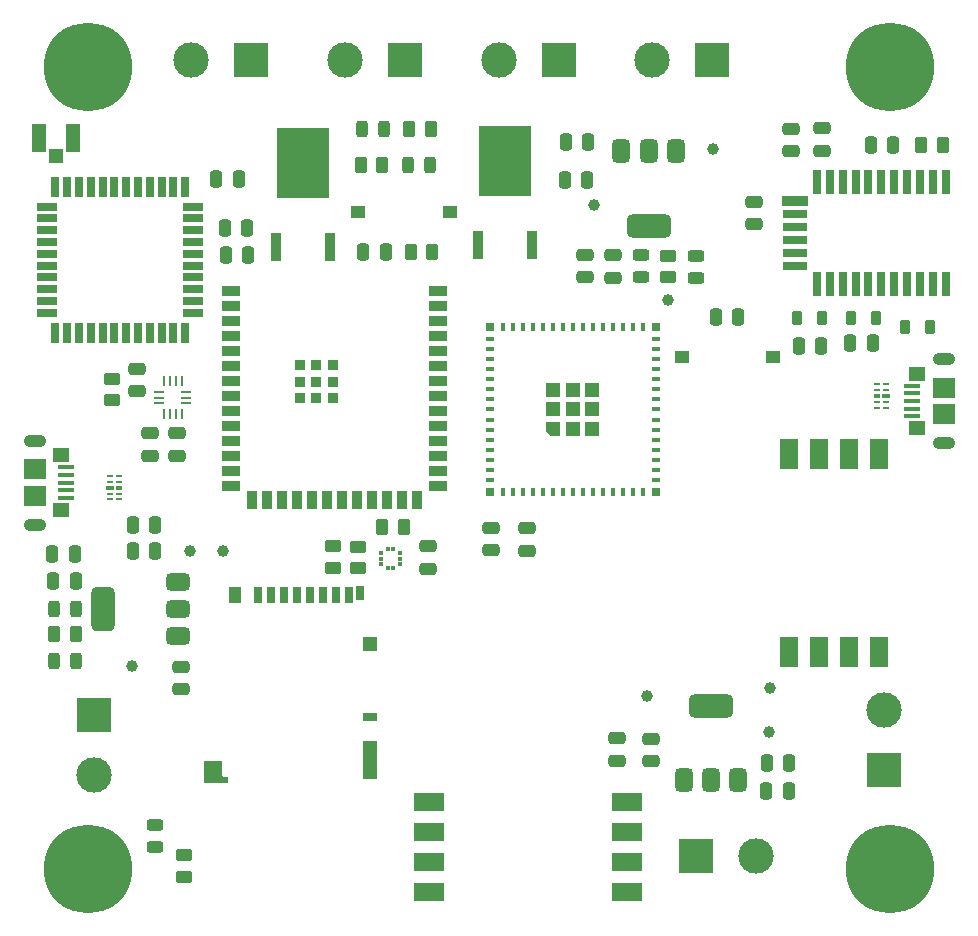
<source format=gbr>
%TF.GenerationSoftware,KiCad,Pcbnew,8.0.3*%
%TF.CreationDate,2025-02-14T19:05:39+05:30*%
%TF.ProjectId,Cyclohexane,4379636c-6f68-4657-9861-6e652e6b6963,rev?*%
%TF.SameCoordinates,Original*%
%TF.FileFunction,Soldermask,Top*%
%TF.FilePolarity,Negative*%
%FSLAX46Y46*%
G04 Gerber Fmt 4.6, Leading zero omitted, Abs format (unit mm)*
G04 Created by KiCad (PCBNEW 8.0.3) date 2025-02-14 19:05:39*
%MOMM*%
%LPD*%
G01*
G04 APERTURE LIST*
G04 Aperture macros list*
%AMRoundRect*
0 Rectangle with rounded corners*
0 $1 Rounding radius*
0 $2 $3 $4 $5 $6 $7 $8 $9 X,Y pos of 4 corners*
0 Add a 4 corners polygon primitive as box body*
4,1,4,$2,$3,$4,$5,$6,$7,$8,$9,$2,$3,0*
0 Add four circle primitives for the rounded corners*
1,1,$1+$1,$2,$3*
1,1,$1+$1,$4,$5*
1,1,$1+$1,$6,$7*
1,1,$1+$1,$8,$9*
0 Add four rect primitives between the rounded corners*
20,1,$1+$1,$2,$3,$4,$5,0*
20,1,$1+$1,$4,$5,$6,$7,0*
20,1,$1+$1,$6,$7,$8,$9,0*
20,1,$1+$1,$8,$9,$2,$3,0*%
%AMRotRect*
0 Rectangle, with rotation*
0 The origin of the aperture is its center*
0 $1 length*
0 $2 width*
0 $3 Rotation angle, in degrees counterclockwise*
0 Add horizontal line*
21,1,$1,$2,0,0,$3*%
%AMOutline5P*
0 Free polygon, 5 corners , with rotation*
0 The origin of the aperture is its center*
0 number of corners: always 5*
0 $1 to $10 corner X, Y*
0 $11 Rotation angle, in degrees counterclockwise*
0 create outline with 5 corners*
4,1,5,$1,$2,$3,$4,$5,$6,$7,$8,$9,$10,$1,$2,$11*%
%AMOutline6P*
0 Free polygon, 6 corners , with rotation*
0 The origin of the aperture is its center*
0 number of corners: always 6*
0 $1 to $12 corner X, Y*
0 $13 Rotation angle, in degrees counterclockwise*
0 create outline with 6 corners*
4,1,6,$1,$2,$3,$4,$5,$6,$7,$8,$9,$10,$11,$12,$1,$2,$13*%
%AMOutline7P*
0 Free polygon, 7 corners , with rotation*
0 The origin of the aperture is its center*
0 number of corners: always 7*
0 $1 to $14 corner X, Y*
0 $15 Rotation angle, in degrees counterclockwise*
0 create outline with 7 corners*
4,1,7,$1,$2,$3,$4,$5,$6,$7,$8,$9,$10,$11,$12,$13,$14,$1,$2,$15*%
%AMOutline8P*
0 Free polygon, 8 corners , with rotation*
0 The origin of the aperture is its center*
0 number of corners: always 8*
0 $1 to $16 corner X, Y*
0 $17 Rotation angle, in degrees counterclockwise*
0 create outline with 8 corners*
4,1,8,$1,$2,$3,$4,$5,$6,$7,$8,$9,$10,$11,$12,$13,$14,$15,$16,$1,$2,$17*%
G04 Aperture macros list end*
%ADD10RoundRect,0.250000X0.262500X0.450000X-0.262500X0.450000X-0.262500X-0.450000X0.262500X-0.450000X0*%
%ADD11R,1.400000X0.400000*%
%ADD12O,1.900000X1.050000*%
%ADD13R,1.450000X1.150000*%
%ADD14R,1.900000X1.750000*%
%ADD15RoundRect,0.250000X-0.450000X0.262500X-0.450000X-0.262500X0.450000X-0.262500X0.450000X0.262500X0*%
%ADD16RoundRect,0.250000X-0.475000X0.250000X-0.475000X-0.250000X0.475000X-0.250000X0.475000X0.250000X0*%
%ADD17RoundRect,0.375000X0.375000X-0.625000X0.375000X0.625000X-0.375000X0.625000X-0.375000X-0.625000X0*%
%ADD18RoundRect,0.500000X1.400000X-0.500000X1.400000X0.500000X-1.400000X0.500000X-1.400000X-0.500000X0*%
%ADD19C,1.000000*%
%ADD20R,0.700000X1.400000*%
%ADD21R,0.700000X1.200000*%
%ADD22R,1.200000X0.800000*%
%ADD23R,1.500000X1.900000*%
%ADD24RotRect,0.200000X0.200000X45.000000*%
%ADD25R,0.500000X0.500000*%
%ADD26R,1.000000X1.400000*%
%ADD27R,1.200000X1.200000*%
%ADD28R,1.200000X3.200000*%
%ADD29RoundRect,0.243750X-0.456250X0.243750X-0.456250X-0.243750X0.456250X-0.243750X0.456250X0.243750X0*%
%ADD30RoundRect,0.250000X0.250000X0.475000X-0.250000X0.475000X-0.250000X-0.475000X0.250000X-0.475000X0*%
%ADD31R,2.540000X1.520000*%
%ADD32RoundRect,0.250000X0.450000X-0.262500X0.450000X0.262500X-0.450000X0.262500X-0.450000X-0.262500X0*%
%ADD33R,0.254000X0.838200*%
%ADD34R,0.838200X0.254000*%
%ADD35RoundRect,0.250000X-0.250000X-0.475000X0.250000X-0.475000X0.250000X0.475000X-0.250000X0.475000X0*%
%ADD36RoundRect,0.243750X0.456250X-0.243750X0.456250X0.243750X-0.456250X0.243750X-0.456250X-0.243750X0*%
%ADD37C,7.500000*%
%ADD38R,3.000000X3.000000*%
%ADD39C,3.000000*%
%ADD40R,1.520000X2.540000*%
%ADD41R,1.500000X0.900000*%
%ADD42R,0.900000X1.500000*%
%ADD43R,0.900000X0.900000*%
%ADD44RoundRect,0.243750X0.243750X0.456250X-0.243750X0.456250X-0.243750X-0.456250X0.243750X-0.456250X0*%
%ADD45RoundRect,0.250000X0.475000X-0.250000X0.475000X0.250000X-0.475000X0.250000X-0.475000X-0.250000X0*%
%ADD46RoundRect,0.250000X-0.262500X-0.450000X0.262500X-0.450000X0.262500X0.450000X-0.262500X0.450000X0*%
%ADD47R,0.625000X0.250000*%
%ADD48R,0.700000X0.450000*%
%ADD49R,0.575000X0.450000*%
%ADD50R,0.939800X2.489200*%
%ADD51R,4.368800X5.918200*%
%ADD52R,0.700000X2.000000*%
%ADD53RoundRect,0.101600X-1.000000X0.350000X-1.000000X-0.350000X1.000000X-0.350000X1.000000X0.350000X0*%
%ADD54R,2.000000X0.700000*%
%ADD55R,1.250000X1.000000*%
%ADD56RoundRect,0.218750X0.218750X0.381250X-0.218750X0.381250X-0.218750X-0.381250X0.218750X-0.381250X0*%
%ADD57RoundRect,0.102000X-0.525000X-1.100000X0.525000X-1.100000X0.525000X1.100000X-0.525000X1.100000X0*%
%ADD58RoundRect,0.102000X-0.500000X-0.525000X0.500000X-0.525000X0.500000X0.525000X-0.500000X0.525000X0*%
%ADD59R,0.400000X0.800000*%
%ADD60R,0.800000X0.400000*%
%ADD61Outline5P,-0.600000X0.204000X-0.204000X0.600000X0.600000X0.600000X0.600000X-0.600000X-0.600000X-0.600000X90.000000*%
%ADD62R,0.800000X0.800000*%
%ADD63RoundRect,0.375000X-0.375000X0.625000X-0.375000X-0.625000X0.375000X-0.625000X0.375000X0.625000X0*%
%ADD64RoundRect,0.500000X-1.400000X0.500000X-1.400000X-0.500000X1.400000X-0.500000X1.400000X0.500000X0*%
%ADD65RoundRect,0.375000X0.625000X0.375000X-0.625000X0.375000X-0.625000X-0.375000X0.625000X-0.375000X0*%
%ADD66RoundRect,0.500000X0.500000X1.400000X-0.500000X1.400000X-0.500000X-1.400000X0.500000X-1.400000X0*%
%ADD67RoundRect,0.243750X-0.243750X-0.456250X0.243750X-0.456250X0.243750X0.456250X-0.243750X0.456250X0*%
%ADD68R,0.304800X0.330200*%
%ADD69R,0.330200X0.304800*%
%ADD70R,1.800000X0.800000*%
%ADD71R,0.800000X1.800000*%
%ADD72RoundRect,0.218750X-0.218750X-0.381250X0.218750X-0.381250X0.218750X0.381250X-0.218750X0.381250X0*%
G04 APERTURE END LIST*
D10*
%TO.C,R6*%
X182050000Y-49125000D03*
X180225000Y-49125000D03*
%TD*%
D11*
%TO.C,J7*%
X179450000Y-72125000D03*
X179450000Y-71475000D03*
X179450000Y-70825000D03*
X179450000Y-70175000D03*
X179450000Y-69525000D03*
D12*
X182100000Y-74400000D03*
D13*
X179870000Y-73145000D03*
D14*
X182100000Y-71950000D03*
X182100000Y-69700000D03*
D13*
X179870000Y-68505000D03*
D12*
X182100000Y-67250000D03*
%TD*%
D15*
%TO.C,R12*%
X158725000Y-58512500D03*
X158725000Y-60337500D03*
%TD*%
D16*
%TO.C,C31*%
X146850000Y-81625000D03*
X146850000Y-83525000D03*
%TD*%
D17*
%TO.C,U8*%
X160100000Y-102950000D03*
X162400000Y-102950000D03*
D18*
X162400000Y-96650000D03*
D17*
X164700000Y-102950000D03*
%TD*%
D19*
%TO.C,TP2*%
X121070000Y-83520000D03*
%TD*%
D20*
%TO.C,J2*%
X124025000Y-87225000D03*
X125125000Y-87225000D03*
X126225000Y-87225000D03*
X127325000Y-87225000D03*
X128425000Y-87225000D03*
X129525000Y-87225000D03*
X130625000Y-87225000D03*
X131725000Y-87225000D03*
D21*
X132675000Y-87125000D03*
D22*
X133525000Y-97625000D03*
D23*
X120225000Y-102225000D03*
D24*
X120975000Y-102675000D03*
D25*
X121225000Y-102925000D03*
D26*
X122125000Y-87225000D03*
D27*
X133525000Y-91425000D03*
D28*
X133525000Y-101225000D03*
%TD*%
D29*
%TO.C,D6*%
X161100000Y-58512500D03*
X161100000Y-60387500D03*
%TD*%
D30*
%TO.C,C24*%
X151990000Y-48880000D03*
X150090000Y-48880000D03*
%TD*%
D19*
%TO.C,TP8*%
X113420000Y-93300000D03*
%TD*%
D30*
%TO.C,C5*%
X108552500Y-83820000D03*
X106652500Y-83820000D03*
%TD*%
D31*
%TO.C,IC1*%
X155280000Y-112410000D03*
X155280000Y-109870000D03*
X155280000Y-107330000D03*
X155280000Y-104790000D03*
X138520000Y-104790000D03*
X138520000Y-107330000D03*
X138520000Y-109870000D03*
X138520000Y-112410000D03*
%TD*%
D32*
%TO.C,R9*%
X111650000Y-70772500D03*
X111650000Y-68947500D03*
%TD*%
D33*
%TO.C,U2*%
X117590000Y-69148600D03*
X117089999Y-69148600D03*
X116589999Y-69148600D03*
X116089998Y-69148600D03*
D34*
X115704299Y-70034301D03*
X115704299Y-70534300D03*
X115704299Y-71034299D03*
D33*
X116089998Y-71920000D03*
X116589999Y-71920000D03*
X117089999Y-71920000D03*
X117590000Y-71920000D03*
D34*
X117975699Y-71034299D03*
X117975699Y-70534300D03*
X117975699Y-70034301D03*
%TD*%
D35*
%TO.C,C23*%
X120525000Y-52025000D03*
X122425000Y-52025000D03*
%TD*%
D36*
%TO.C,D7*%
X156450000Y-60362500D03*
X156450000Y-58487500D03*
%TD*%
D30*
%TO.C,C13*%
X177810000Y-49130000D03*
X175910000Y-49130000D03*
%TD*%
D37*
%TO.C,H2*%
X177569592Y-42510408D03*
%TD*%
D19*
%TO.C,TP14*%
X152500000Y-54250000D03*
%TD*%
D38*
%TO.C,J11*%
X110200000Y-97410000D03*
D39*
X110200000Y-102490000D03*
%TD*%
D19*
%TO.C,TP12*%
X162550000Y-49500000D03*
%TD*%
D40*
%TO.C,IC2*%
X176601500Y-75345000D03*
X174061500Y-75345000D03*
X171521500Y-75345000D03*
X168981500Y-75345000D03*
X168981500Y-92105000D03*
X171521500Y-92105000D03*
X174061500Y-92105000D03*
X176601500Y-92105000D03*
%TD*%
D30*
%TO.C,C3*%
X115330000Y-81320000D03*
X113430000Y-81320000D03*
%TD*%
D38*
%TO.C,J8*%
X177075000Y-102065000D03*
D39*
X177075000Y-96985000D03*
%TD*%
D41*
%TO.C,U5*%
X121750000Y-61490000D03*
X121750000Y-62760000D03*
X121750000Y-64030000D03*
X121750000Y-65300000D03*
X121750000Y-66570000D03*
X121750000Y-67840000D03*
X121750000Y-69110000D03*
X121750000Y-70380000D03*
X121750000Y-71650000D03*
X121750000Y-72920000D03*
X121750000Y-74190000D03*
X121750000Y-75460000D03*
X121750000Y-76730000D03*
X121750000Y-78000000D03*
D42*
X123515000Y-79250000D03*
X124785000Y-79250000D03*
X126055000Y-79250000D03*
X127325000Y-79250000D03*
X128595000Y-79250000D03*
X129865000Y-79250000D03*
X131135000Y-79250000D03*
X132405000Y-79250000D03*
X133675000Y-79250000D03*
X134945000Y-79250000D03*
X136215000Y-79250000D03*
X137485000Y-79250000D03*
D41*
X139250000Y-78000000D03*
X139250000Y-76730000D03*
X139250000Y-75460000D03*
X139250000Y-74190000D03*
X139250000Y-72920000D03*
X139250000Y-71650000D03*
X139250000Y-70380000D03*
X139250000Y-69110000D03*
X139250000Y-67840000D03*
X139250000Y-66570000D03*
X139250000Y-65300000D03*
X139250000Y-64030000D03*
X139250000Y-62760000D03*
X139250000Y-61490000D03*
D43*
X127600000Y-67810000D03*
X127600000Y-69210000D03*
X127600000Y-70610000D03*
X129000000Y-67810000D03*
X129000000Y-69210000D03*
X129000000Y-70610000D03*
X130400000Y-67810000D03*
X130400000Y-69210000D03*
X130400000Y-70610000D03*
%TD*%
D44*
%TO.C,D4*%
X138650000Y-50875000D03*
X136775000Y-50875000D03*
%TD*%
D45*
%TO.C,C15*%
X171800000Y-49650000D03*
X171800000Y-47750000D03*
%TD*%
D46*
%TO.C,R8*%
X136870000Y-47775000D03*
X138695000Y-47775000D03*
%TD*%
D16*
%TO.C,C21*%
X157350000Y-99425000D03*
X157350000Y-101325000D03*
%TD*%
D10*
%TO.C,R2*%
X108600000Y-90600000D03*
X106775000Y-90600000D03*
%TD*%
D15*
%TO.C,R7*%
X117800000Y-109287500D03*
X117800000Y-111112500D03*
%TD*%
D47*
%TO.C,U3*%
X111485000Y-77170000D03*
X111485000Y-77670000D03*
D48*
X111522500Y-78170000D03*
D47*
X111485000Y-78670000D03*
X111485000Y-79170000D03*
X112260000Y-79170000D03*
X112260000Y-78670000D03*
D49*
X112285000Y-78170000D03*
D47*
X112260000Y-77670000D03*
X112260000Y-77170000D03*
%TD*%
D15*
%TO.C,R1*%
X130400000Y-83137500D03*
X130400000Y-84962500D03*
%TD*%
D16*
%TO.C,C32*%
X143800000Y-81575000D03*
X143800000Y-83475000D03*
%TD*%
%TO.C,C8*%
X117230000Y-73570000D03*
X117230000Y-75470000D03*
%TD*%
D45*
%TO.C,C22*%
X154475000Y-101300000D03*
X154475000Y-99400000D03*
%TD*%
D37*
%TO.C,H4*%
X177539592Y-110464592D03*
%TD*%
D16*
%TO.C,C1*%
X117525000Y-93350000D03*
X117525000Y-95250000D03*
%TD*%
D38*
%TO.C,J6*%
X162500000Y-42000000D03*
D39*
X157420000Y-42000000D03*
%TD*%
D46*
%TO.C,R5*%
X134555000Y-81490000D03*
X136380000Y-81490000D03*
%TD*%
D10*
%TO.C,R3*%
X138825000Y-58225000D03*
X137000000Y-58225000D03*
%TD*%
D19*
%TO.C,TP16*%
X167310000Y-98830000D03*
%TD*%
D50*
%TO.C,U10*%
X142650000Y-57581900D03*
X147222000Y-57581900D03*
D51*
X144936000Y-50482600D03*
%TD*%
D19*
%TO.C,TP3*%
X158800000Y-62240000D03*
%TD*%
D45*
%TO.C,C14*%
X169175000Y-49700000D03*
X169175000Y-47800000D03*
%TD*%
D35*
%TO.C,C20*%
X167125000Y-101450000D03*
X169025000Y-101450000D03*
%TD*%
D30*
%TO.C,C10*%
X123200000Y-58500000D03*
X121300000Y-58500000D03*
%TD*%
%TO.C,C17*%
X171740000Y-66160000D03*
X169840000Y-66160000D03*
%TD*%
D47*
%TO.C,U13*%
X177225000Y-71425000D03*
X177225000Y-70925000D03*
D48*
X177187500Y-70425000D03*
D47*
X177225000Y-69925000D03*
X177225000Y-69425000D03*
X176450000Y-69425000D03*
X176450000Y-69925000D03*
D49*
X176425000Y-70425000D03*
D47*
X176450000Y-70925000D03*
X176450000Y-71425000D03*
%TD*%
D52*
%TO.C,U6*%
X182340000Y-52321990D03*
X181240030Y-52321990D03*
X180140000Y-52321990D03*
X179040030Y-52321990D03*
X177940010Y-52321990D03*
X176840030Y-52321990D03*
X175740010Y-52321990D03*
X174640040Y-52321990D03*
X173540010Y-52321990D03*
X172440040Y-52321990D03*
X171340020Y-52321990D03*
D53*
X169540020Y-53876020D03*
D54*
X169540020Y-54975990D03*
X169540020Y-56076010D03*
X169540020Y-57175990D03*
X169540020Y-58276010D03*
X169540020Y-59375980D03*
D52*
X171340020Y-60958000D03*
X172440040Y-60958000D03*
X173540010Y-60958000D03*
X174640040Y-60958000D03*
X175740010Y-60958000D03*
X176840030Y-60958000D03*
X177940010Y-60958000D03*
X179040030Y-60958000D03*
X180140000Y-60958000D03*
X181240030Y-60958000D03*
X182340000Y-60958000D03*
%TD*%
D55*
%TO.C,SW1*%
X140275000Y-54850000D03*
X132525000Y-54850000D03*
%TD*%
D44*
%TO.C,D1*%
X108650000Y-92825000D03*
X106775000Y-92825000D03*
%TD*%
D56*
%TO.C,L2*%
X171780000Y-63840000D03*
X169655000Y-63840000D03*
%TD*%
D57*
%TO.C,J10*%
X105475000Y-48575000D03*
D58*
X106950000Y-50100000D03*
D57*
X108425000Y-48575000D03*
%TD*%
D45*
%TO.C,C11*%
X138440000Y-85030000D03*
X138440000Y-83130000D03*
%TD*%
D59*
%TO.C,U15*%
X144770000Y-78550000D03*
X145620000Y-78550000D03*
X146470000Y-78550000D03*
X147320000Y-78550000D03*
X148170000Y-78550000D03*
X149020000Y-78550000D03*
X149870000Y-78550000D03*
X150720000Y-78550000D03*
X151570000Y-78550000D03*
X152420000Y-78550000D03*
X153270000Y-78550000D03*
X154120000Y-78550000D03*
X154970000Y-78550000D03*
X155820000Y-78550000D03*
X156670000Y-78550000D03*
D60*
X157720000Y-77500000D03*
X157720000Y-76650000D03*
X157720000Y-75800000D03*
X157720000Y-74950000D03*
X157720000Y-74100000D03*
X157720000Y-73250000D03*
X157720000Y-72400000D03*
X157720000Y-71550000D03*
X157720000Y-70700000D03*
X157720000Y-69850000D03*
X157720000Y-69000000D03*
X157720000Y-68150000D03*
X157720000Y-67300000D03*
X157720000Y-66450000D03*
X157720000Y-65600000D03*
D59*
X156670000Y-64550000D03*
X155820000Y-64550000D03*
X154970000Y-64550000D03*
X154120000Y-64550000D03*
X153270000Y-64550000D03*
X152420000Y-64550000D03*
X151570000Y-64550000D03*
X150720000Y-64550000D03*
X149870000Y-64550000D03*
X149020000Y-64550000D03*
X148170000Y-64550000D03*
X147320000Y-64550000D03*
X146470000Y-64550000D03*
X145620000Y-64550000D03*
X144770000Y-64550000D03*
D60*
X143720000Y-65600000D03*
X143720000Y-66450000D03*
X143720000Y-67300000D03*
X143720000Y-68150000D03*
X143720000Y-69000000D03*
X143720000Y-69850000D03*
X143720000Y-70700000D03*
X143720000Y-71550000D03*
X143720000Y-72400000D03*
X143720000Y-73250000D03*
X143720000Y-74100000D03*
X143720000Y-74950000D03*
X143720000Y-75800000D03*
X143720000Y-76650000D03*
X143720000Y-77500000D03*
D61*
X149070000Y-73200000D03*
D27*
X150720000Y-73200000D03*
X152370000Y-73200000D03*
X149070000Y-71550000D03*
X150720000Y-71550000D03*
X152370000Y-71550000D03*
X149070000Y-69900000D03*
X150720000Y-69900000D03*
X152370000Y-69900000D03*
D62*
X143720000Y-78550000D03*
X157720000Y-78550000D03*
X157720000Y-64550000D03*
X143720000Y-64550000D03*
%TD*%
D63*
%TO.C,U12*%
X159417500Y-49685000D03*
X157117500Y-49685000D03*
D64*
X157117500Y-55985000D03*
D63*
X154817500Y-49685000D03*
%TD*%
D19*
%TO.C,TP1*%
X118320000Y-83550000D03*
%TD*%
D30*
%TO.C,C9*%
X123125000Y-56150000D03*
X121225000Y-56150000D03*
%TD*%
D11*
%TO.C,J1*%
X107780000Y-76450000D03*
X107780000Y-77100000D03*
X107780000Y-77750000D03*
X107780000Y-78400000D03*
X107780000Y-79050000D03*
D12*
X105130000Y-74175000D03*
D13*
X107360000Y-75430000D03*
D14*
X105130000Y-76625000D03*
X105130000Y-78875000D03*
D13*
X107360000Y-80070000D03*
D12*
X105130000Y-81325000D03*
%TD*%
D50*
%TO.C,U7*%
X125539000Y-57756900D03*
X130111000Y-57756900D03*
D51*
X127825000Y-50657600D03*
%TD*%
D30*
%TO.C,C4*%
X108602500Y-86070000D03*
X106702500Y-86070000D03*
%TD*%
D65*
%TO.C,U1*%
X117240000Y-90752500D03*
X117240000Y-88452500D03*
D66*
X110940000Y-88452500D03*
D65*
X117240000Y-86152500D03*
%TD*%
D55*
%TO.C,SW2*%
X167675000Y-67075000D03*
X159925000Y-67075000D03*
%TD*%
D35*
%TO.C,C12*%
X132975000Y-58200000D03*
X134875000Y-58200000D03*
%TD*%
D37*
%TO.C,H1*%
X109690408Y-42510408D03*
%TD*%
D67*
%TO.C,D5*%
X106750000Y-88400000D03*
X108625000Y-88400000D03*
%TD*%
%TO.C,D3*%
X132862500Y-47775000D03*
X134737500Y-47775000D03*
%TD*%
D16*
%TO.C,C16*%
X166050000Y-53950000D03*
X166050000Y-55850000D03*
%TD*%
D68*
%TO.C,U4*%
X135520126Y-83385200D03*
X135020000Y-83385200D03*
D69*
X134482663Y-83672474D03*
X134482663Y-84172600D03*
X134482663Y-84672726D03*
D68*
X135020000Y-84960000D03*
X135520126Y-84960000D03*
D69*
X136057463Y-84672726D03*
X136057463Y-84172600D03*
X136057463Y-83672474D03*
%TD*%
D16*
%TO.C,C30*%
X154115000Y-58480000D03*
X154115000Y-60380000D03*
%TD*%
D29*
%TO.C,D2*%
X115350000Y-106712500D03*
X115350000Y-108587500D03*
%TD*%
D37*
%TO.C,H3*%
X109690408Y-110489592D03*
%TD*%
D16*
%TO.C,C28*%
X151720000Y-58447500D03*
X151720000Y-60347500D03*
%TD*%
D30*
%TO.C,C25*%
X164700000Y-63700000D03*
X162800000Y-63700000D03*
%TD*%
D19*
%TO.C,TP18*%
X157010000Y-95800000D03*
%TD*%
D30*
%TO.C,C26*%
X151930000Y-52130000D03*
X150030000Y-52130000D03*
%TD*%
D35*
%TO.C,C18*%
X174200000Y-65920000D03*
X176100000Y-65920000D03*
%TD*%
D16*
%TO.C,C6*%
X114920000Y-73560000D03*
X114920000Y-75460000D03*
%TD*%
D70*
%TO.C,U9*%
X106190000Y-54370000D03*
X106190000Y-55370000D03*
X106190000Y-56370000D03*
X106190000Y-57370000D03*
X106190000Y-58370000D03*
X106190000Y-59370000D03*
X106190000Y-60370000D03*
X106190000Y-61370000D03*
X106190000Y-62370000D03*
X106190000Y-63370000D03*
D71*
X106890000Y-65070000D03*
X107890000Y-65070000D03*
X108890000Y-65070000D03*
X109890000Y-65070000D03*
X110890000Y-65070000D03*
X111890000Y-65070000D03*
X112890000Y-65070000D03*
X113890000Y-65070000D03*
X114890000Y-65070000D03*
X115890000Y-65070000D03*
X116890000Y-65070000D03*
X117890000Y-65070000D03*
D70*
X118590000Y-63370000D03*
X118590000Y-62370000D03*
X118590000Y-61370000D03*
X118590000Y-60370000D03*
X118590000Y-59370000D03*
X118590000Y-58370000D03*
X118590000Y-57370000D03*
X118590000Y-56370000D03*
X118590000Y-55370000D03*
X118590000Y-54370000D03*
D71*
X117890000Y-52670000D03*
X116890000Y-52670000D03*
X115890000Y-52670000D03*
X114890000Y-52670000D03*
X113890000Y-52670000D03*
X112890000Y-52670000D03*
X111890000Y-52670000D03*
X110890000Y-52670000D03*
X109890000Y-52670000D03*
X108890000Y-52670000D03*
X107890000Y-52670000D03*
X106890000Y-52670000D03*
%TD*%
D30*
%TO.C,C2*%
X115330000Y-83570000D03*
X113430000Y-83570000D03*
%TD*%
D38*
%TO.C,J4*%
X123500000Y-42000000D03*
D39*
X118420000Y-42000000D03*
%TD*%
D38*
%TO.C,J3*%
X136500000Y-42000000D03*
D39*
X131420000Y-42000000D03*
%TD*%
D56*
%TO.C,L1*%
X180930000Y-64570000D03*
X178805000Y-64570000D03*
%TD*%
D19*
%TO.C,TP17*%
X167375000Y-95100000D03*
%TD*%
D10*
%TO.C,R10*%
X134587500Y-50850000D03*
X132762500Y-50850000D03*
%TD*%
D38*
%TO.C,J9*%
X161135000Y-109350000D03*
D39*
X166215000Y-109350000D03*
%TD*%
D35*
%TO.C,C19*%
X167100000Y-103850000D03*
X169000000Y-103850000D03*
%TD*%
D38*
%TO.C,J5*%
X149500000Y-42000000D03*
D39*
X144420000Y-42000000D03*
%TD*%
D16*
%TO.C,C7*%
X113840000Y-68125000D03*
X113840000Y-70025000D03*
%TD*%
D72*
%TO.C,L3*%
X174247500Y-63830000D03*
X176372500Y-63830000D03*
%TD*%
D32*
%TO.C,R4*%
X132490000Y-84992500D03*
X132490000Y-83167500D03*
%TD*%
M02*

</source>
